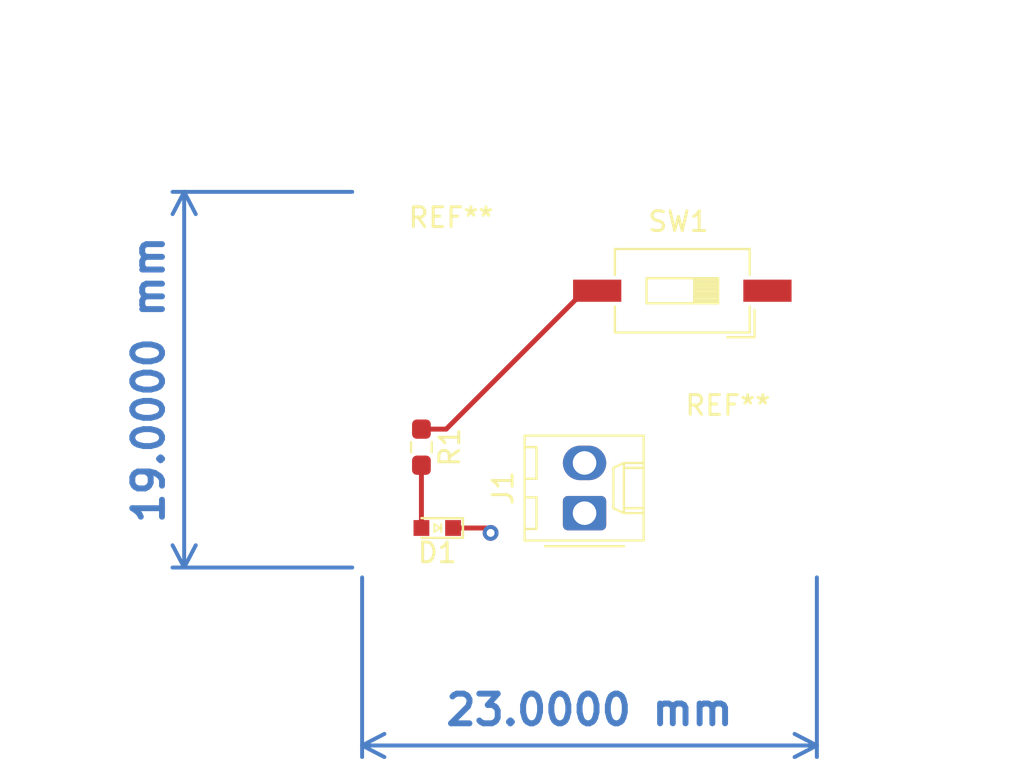
<source format=kicad_pcb>
(kicad_pcb (version 20240108) (generator "pcbnew") (generator_version "8.0")
  (title_block (title "LED Project") (rev "1.0") (company "Illini Solar Car") (comment 1 "Designed by: Siraphat Jaemmee"))
  (layers (0 "F.Cu" signal) (31 "B.Cu" signal) (34 "B.Paste" user) (35 "F.Paste" user) (36 "B.SilkS" user "B.Silkscreen") (37 "F.SilkS" user "F.Silkscreen") (38 "B.Mask" user) (39 "F.Mask" user) (44 "Edge.Cuts" user))
  (net 0 "")
  (net 1 "GND")
  (net 2 "Net-(D1-A)")
  (net 3 "+3V3")
  (net 4 "Net-(R1-Pad1)")
  (footprint "Resistor_SMD:R_0603_1608Metric_Pad0.98x0.95mm_HandSolder" (layer "F.Cu") (at 113 82.9125 -90)
    (property "Reference" "R1" (at 0 -1.43 90) (layer "F.SilkS"))
    (property "Value" "105")
    (fp_line (start -0.254724 0.5225) (end 0.254724 0.5225) (stroke (width 0.12)) (layer "F.SilkS"))
    (fp_line (start -0.254724 -0.5225) (end 0.254724 -0.5225) (stroke (width 0.12)) (layer "F.SilkS"))
    (pad "1" smd roundrect (at -0.9125 0 270) (size 0.975 0.95) (layers "F.Cu" "F.Paste" "F.Mask") (net 4 "Net-(R1-Pad1)"))
    (pad "2" smd roundrect (at 0.9125 0 270) (size 0.975 0.95) (layers "F.Cu" "F.Paste" "F.Mask") (net 2 "Net-(D1-A)"))
  )
  (footprint "MountingHole:MountingHole_3.2mm_M3" (layer "F.Cu") (at 114.5 75.5)
    (property "Reference" "REF**" (at 0 -4.2 0) (layer "F.SilkS"))
    (property "Value" "MountingHole_3.2mm_M3")
    (pad "" np_thru_hole circle (at 0 0) (size 3.2 3.2) (drill 3.2) (layers "*.Cu" "*.Mask"))
  )
  (footprint "MountingHole:MountingHole_3.2mm_M3" (layer "F.Cu") (at 128.5 85)
    (property "Reference" "REF**" (at 0 -4.2 0) (layer "F.SilkS"))
    (property "Value" "MountingHole_3.2mm_M3")
    (pad "" np_thru_hole circle (at 0 0) (size 3.2 3.2) (drill 3.2) (layers "*.Cu" "*.Mask"))
  )
  (footprint "Button_Switch_SMD:SW_DIP_SPSTx01_Slide_6.7x4.1mm_W8.61mm_P2.54mm_LowProfile" (layer "F.Cu") (at 126.195 75 180)
    (property "Reference" "SW1" (at 0.195 3.5 360) (layer "F.SilkS"))
    (property "Value" "SW_Push")
    (fp_line (start 3.41 0.8) (end 3.41 2.11) (stroke (width 0.12)) (layer "F.SilkS"))
    (fp_line (start 3.41 -2.11) (end 3.41 -0.8) (stroke (width 0.12)) (layer "F.SilkS"))
    (fp_line (start 1.81 0.635) (end 1.81 -0.635) (stroke (width 0.12)) (layer "F.SilkS"))
    (fp_line (start 1.81 -0.635) (end -1.81 -0.635) (stroke (width 0.12)) (layer "F.SilkS"))
    (fp_line (start -0.603333 -0.635) (end -0.603333 0.635) (stroke (width 0.12)) (layer "F.SilkS"))
    (fp_line (start -1.81 0.635) (end 1.81 0.635) (stroke (width 0.12)) (layer "F.SilkS"))
    (fp_line (start -1.81 0.565) (end -0.603333 0.565) (stroke (width 0.12)) (layer "F.SilkS"))
    (fp_line (start -1.81 0.445) (end -0.603333 0.445) (stroke (width 0.12)) (layer "F.SilkS"))
    (fp_line (start -1.81 0.325) (end -0.603333 0.325) (stroke (width 0.12)) (layer "F.SilkS"))
    (fp_line (start -1.81 0.205) (end -0.603333 0.205) (stroke (width 0.12)) (layer "F.SilkS"))
    (fp_line (start -1.81 0.085) (end -0.603333 0.085) (stroke (width 0.12)) (layer "F.SilkS"))
    (fp_line (start -1.81 -0.035) (end -0.603333 -0.035) (stroke (width 0.12)) (layer "F.SilkS"))
    (fp_line (start -1.81 -0.155) (end -0.603333 -0.155) (stroke (width 0.12)) (layer "F.SilkS"))
    (fp_line (start -1.81 -0.275) (end -0.603333 -0.275) (stroke (width 0.12)) (layer "F.SilkS"))
    (fp_line (start -1.81 -0.395) (end -0.603333 -0.395) (stroke (width 0.12)) (layer "F.SilkS"))
    (fp_line (start -1.81 -0.515) (end -0.603333 -0.515) (stroke (width 0.12)) (layer "F.SilkS"))
    (fp_line (start -1.81 -0.635) (end -1.81 0.635) (stroke (width 0.12)) (layer "F.SilkS"))
    (fp_line (start -3.41 2.11) (end 3.41 2.11) (stroke (width 0.12)) (layer "F.SilkS"))
    (fp_line (start -3.41 0.8) (end -3.41 2.11) (stroke (width 0.12)) (layer "F.SilkS"))
    (fp_line (start -3.41 -2.11) (end 3.41 -2.11) (stroke (width 0.12)) (layer "F.SilkS"))
    (fp_line (start -3.41 -2.11) (end -3.41 -0.8) (stroke (width 0.12)) (layer "F.SilkS"))
    (fp_line (start -3.65 -2.35) (end -2.267 -2.35) (stroke (width 0.12)) (layer "F.SilkS"))
    (fp_line (start -3.65 -2.35) (end -3.65 -0.967) (stroke (width 0.12)) (layer "F.SilkS"))
    (pad "1" smd rect (at -4.305 0 180) (size 2.44 1.12) (layers "F.Cu" "F.Paste" "F.Mask") (net 3 "+3V3"))
    (pad "2" smd rect (at 4.305 0 180) (size 2.44 1.12) (layers "F.Cu" "F.Paste" "F.Mask") (net 4 "Net-(R1-Pad1)"))
  )
  (footprint "Connector_Molex:Molex_KK-254_AE-6410-02A_1x02_P2.54mm_Vertical" (layer "F.Cu") (at 121.25 86.25 90)
    (property "Reference" "J1" (at 1.27 -4.12 90) (layer "F.SilkS"))
    (property "Value" "Conn_01x02")
    (fp_line (start 3.92 -3.03) (end -1.38 -3.03) (stroke (width 0.12)) (layer "F.SilkS"))
    (fp_line (start 1.74 -3.03) (end 1.74 -2.43) (stroke (width 0.12)) (layer "F.SilkS"))
    (fp_line (start -0.8 -3.03) (end -0.8 -2.43) (stroke (width 0.12)) (layer "F.SilkS"))
    (fp_line (start -1.38 -3.03) (end -1.38 2.99) (stroke (width 0.12)) (layer "F.SilkS"))
    (fp_line (start 3.34 -2.43) (end 3.34 -3.03) (stroke (width 0.12)) (layer "F.SilkS"))
    (fp_line (start 1.74 -2.43) (end 3.34 -2.43) (stroke (width 0.12)) (layer "F.SilkS"))
    (fp_line (start 0.8 -2.43) (end 0.8 -3.03) (stroke (width 0.12)) (layer "F.SilkS"))
    (fp_line (start -0.8 -2.43) (end 0.8 -2.43) (stroke (width 0.12)) (layer "F.SilkS"))
    (fp_line (start -1.67 -2) (end -1.67 2) (stroke (width 0.12)) (layer "F.SilkS"))
    (fp_line (start 2.29 1.46) (end 2.54 1.99) (stroke (width 0.12)) (layer "F.SilkS"))
    (fp_line (start 0.25 1.46) (end 2.29 1.46) (stroke (width 0.12)) (layer "F.SilkS"))
    (fp_line (start 2.54 1.99) (end 2.54 2.99) (stroke (width 0.12)) (layer "F.SilkS"))
    (fp_line (start 0 1.99) (end 0.25 1.46) (stroke (width 0.12)) (layer "F.SilkS"))
    (fp_line (start 0 1.99) (end 2.54 1.99) (stroke (width 0.12)) (layer "F.SilkS"))
    (fp_line (start 3.92 2.99) (end 3.92 -3.03) (stroke (width 0.12)) (layer "F.SilkS"))
    (fp_line (start 2.29 2.99) (end 2.29 1.99) (stroke (width 0.12)) (layer "F.SilkS"))
    (fp_line (start 0.25 2.99) (end 0.25 1.99) (stroke (width 0.12)) (layer "F.SilkS"))
    (fp_line (start 0 2.99) (end 0 1.99) (stroke (width 0.12)) (layer "F.SilkS"))
    (fp_line (start -1.38 2.99) (end 3.92 2.99) (stroke (width 0.12)) (layer "F.SilkS"))
    (pad "1" thru_hole roundrect (at 0 0 90) (size 1.74 2.19) (drill 1.19) (layers "*.Cu" "*.Mask") (roundrect_rratio 0.143678) (net 1 "GND"))
    (pad "2" thru_hole oval (at 2.54 0 90) (size 1.74 2.19) (drill 1.19) (layers "*.Cu" "*.Mask") (net 3 "+3V3"))
  )
  (footprint "layout:LED_0603_Symbol_on_F.SilkS" (layer "F.Cu") (at 113.8 87 180)
    (property "Reference" "D1" (at 0 -1.25 360) (layer "F.SilkS"))
    (property "Value" "LED_RED")
    (fp_line (start 0.15 0.2) (end -0.15 0) (stroke (width 0.1)) (layer "F.SilkS"))
    (fp_line (start 0.15 -0.2) (end 0.15 0.2) (stroke (width 0.1)) (layer "F.SilkS"))
    (fp_line (start -0.15 0) (end 0.15 -0.2) (stroke (width 0.1)) (layer "F.SilkS"))
    (fp_line (start -0.2 -0.2) (end -0.2 0.2) (stroke (width 0.1)) (layer "F.SilkS"))
    (fp_line (start -1.3 0.5) (end 0.8 0.5) (stroke (width 0.12)) (layer "F.SilkS"))
    (fp_line (start -1.3 -0.5) (end 0.8 -0.5) (stroke (width 0.12)) (layer "F.SilkS"))
    (fp_line (start -1.3 -0.5) (end -1.3 0.5) (stroke (width 0.12)) (layer "F.SilkS"))
    (pad "1" smd rect (at -0.8 0) (size 0.8 0.8) (layers "F.Cu" "F.Paste" "F.Mask") (net 1 "GND"))
    (pad "2" smd rect (at 0.8 0) (size 0.8 0.8) (layers "F.Cu" "F.Paste" "F.Mask") (net 2 "Net-(D1-A)"))
  )
  (dimension (type aligned) (layer "B.Cu") (pts (xy 110 70) (xy 110 89)) (height 9) (gr_text "19.0000 mm" (at 99.2 79.5 90) (layer "B.Cu") (effects (font (size 1.5 1.5) (thickness 0.3)))) (format (prefix "") (suffix "") (units 3) (units_format 1) (precision 4)) (style (thickness 0.2) (arrow_length 1.27) (text_position_mode 0) (extension_height 0.58642) (extension_offset 0.5) keep_text_aligned))
  (dimension (type aligned) (layer "B.Cu") (pts (xy 110 89) (xy 133 89)) (height 9) (gr_text "23.0000 mm" (at 121.5 96.2 0) (layer "B.Cu") (effects (font (size 1.5 1.5) (thickness 0.3)))) (format (prefix "") (suffix "") (units 3) (units_format 1) (precision 4)) (style (thickness 0.2) (arrow_length 1.27) (text_position_mode 0) (extension_height 0.58642) (extension_offset 0.5) keep_text_aligned))
  (segment (start 114.6 87) (end 116.25 87) (width 0.25) (layer "F.Cu") (net 1))
  (segment (start 116.25 87) (end 116.5 87.25) (width 0.25) (layer "F.Cu") (net 1))
  (via (at 116.5 87.25) (size 0.8) (drill 0.4) (layers "F.Cu" "B.Cu") (net 1))
  (segment (start 113 83.825) (end 113 87) (width 0.25) (layer "F.Cu") (net 2))
  (segment (start 121.89 75) (end 121.25 75) (width 0.25) (layer "F.Cu") (net 4))
  (segment (start 121.25 75) (end 114.25 82) (width 0.25) (layer "F.Cu") (net 4))
  (segment (start 114.25 82) (end 113 82) (width 0.25) (layer "F.Cu") (net 4))
)
</source>
